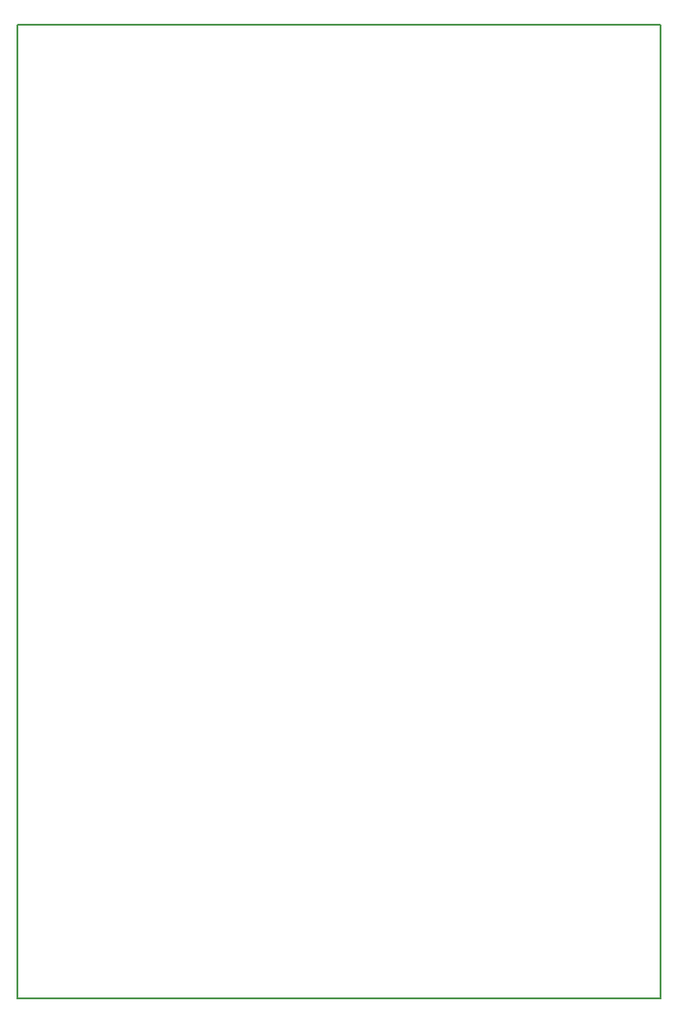
<source format=gm1>
%TF.GenerationSoftware,KiCad,Pcbnew,8.0.1-8.0.1-1~ubuntu22.04.1*%
%TF.CreationDate,2024-03-27T01:09:55-04:00*%
%TF.ProjectId,gripper_2024,67726970-7065-4725-9f32-3032342e6b69,rev?*%
%TF.SameCoordinates,Original*%
%TF.FileFunction,Profile,NP*%
%FSLAX46Y46*%
G04 Gerber Fmt 4.6, Leading zero omitted, Abs format (unit mm)*
G04 Created by KiCad (PCBNEW 8.0.1-8.0.1-1~ubuntu22.04.1) date 2024-03-27 01:09:55*
%MOMM*%
%LPD*%
G01*
G04 APERTURE LIST*
%TA.AperFunction,Profile*%
%ADD10C,0.200000*%
%TD*%
G04 APERTURE END LIST*
D10*
X17000000Y-16000000D02*
X76500000Y-16000000D01*
X76500000Y-106000000D01*
X17000000Y-106000000D01*
X17000000Y-16000000D01*
M02*

</source>
